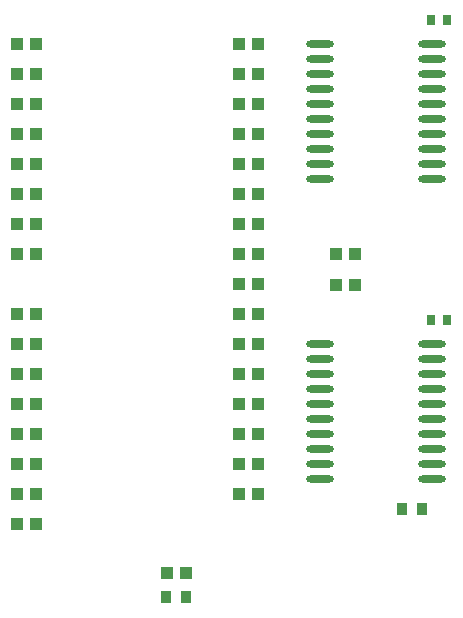
<source format=gtp>
G04 Layer: TopPasteMaskLayer*
G04 Panelize: V-CUT, Column: 2, Row: 2, Board Size: 58.42mm x 58.42mm, Panelized Board Size: 118.84mm x 118.84mm*
G04 EasyEDA v6.5.34, 2023-09-05 23:35:40*
G04 bcb9dca7cd424f9e9e9865ef008c09cf,5a6b42c53f6a479593ecc07194224c93,10*
G04 Gerber Generator version 0.2*
G04 Scale: 100 percent, Rotated: No, Reflected: No *
G04 Dimensions in millimeters *
G04 leading zeros omitted , absolute positions ,4 integer and 5 decimal *
%FSLAX45Y45*%
%MOMM*%

%ADD10R,0.8999X1.0000*%
%ADD11R,1.0000X1.1000*%
%ADD12R,0.8000X0.9000*%
%ADD13O,2.3599902X0.5949949999999999*%

%LPD*%
D10*
G01*
X3691813Y1016000D03*
G01*
X3521811Y1016000D03*
D11*
G01*
X3128009Y2908300D03*
G01*
X2968015Y2908300D03*
G01*
X2142490Y4953000D03*
G01*
X2302484Y4953000D03*
G01*
X2142490Y4699000D03*
G01*
X2302484Y4699000D03*
G01*
X2142490Y4445000D03*
G01*
X2302484Y4445000D03*
G01*
X2142490Y4191000D03*
G01*
X2302484Y4191000D03*
G01*
X2142490Y3937000D03*
G01*
X2302484Y3937000D03*
G01*
X2142490Y3683000D03*
G01*
X2302484Y3683000D03*
G01*
X2142490Y3429000D03*
G01*
X2302484Y3429000D03*
G01*
X2142490Y3175000D03*
G01*
X2302484Y3175000D03*
G01*
X2142490Y2921000D03*
G01*
X2302484Y2921000D03*
G01*
X2142490Y2667000D03*
G01*
X2302484Y2667000D03*
G01*
X2142490Y2413000D03*
G01*
X2302484Y2413000D03*
G01*
X2142490Y2159000D03*
G01*
X2302484Y2159000D03*
G01*
X2142490Y1905000D03*
G01*
X2302484Y1905000D03*
G01*
X2142490Y1651000D03*
G01*
X2302484Y1651000D03*
G01*
X2142490Y1397000D03*
G01*
X2302484Y1397000D03*
G01*
X2142490Y1143000D03*
G01*
X2302484Y1143000D03*
D12*
G01*
X3765397Y2616200D03*
G01*
X3905402Y2616200D03*
D11*
G01*
X2967990Y3175000D03*
G01*
X3127984Y3175000D03*
D12*
G01*
X3765397Y5156200D03*
G01*
X3905402Y5156200D03*
D13*
G01*
X2829001Y4953000D03*
G01*
X2829001Y4826000D03*
G01*
X2829001Y4699000D03*
G01*
X2829001Y4572000D03*
G01*
X2829001Y4445000D03*
G01*
X2829001Y4318000D03*
G01*
X2829001Y4191000D03*
G01*
X2829001Y4064000D03*
G01*
X2829001Y3937000D03*
G01*
X2829001Y3810000D03*
G01*
X3774998Y4953000D03*
G01*
X3774998Y4826000D03*
G01*
X3774998Y4699000D03*
G01*
X3774998Y4572000D03*
G01*
X3774998Y4445000D03*
G01*
X3774998Y4318000D03*
G01*
X3774998Y4191000D03*
G01*
X3774998Y4064000D03*
G01*
X3774998Y3937000D03*
G01*
X3774998Y3810000D03*
G01*
X2829001Y2413000D03*
G01*
X2829001Y2286000D03*
G01*
X2829001Y2159000D03*
G01*
X2829001Y2032000D03*
G01*
X2829001Y1905000D03*
G01*
X2829001Y1778000D03*
G01*
X2829001Y1651000D03*
G01*
X2829001Y1524000D03*
G01*
X2829001Y1397000D03*
G01*
X2829001Y1270000D03*
G01*
X3774998Y2413000D03*
G01*
X3774998Y2286000D03*
G01*
X3774998Y2159000D03*
G01*
X3774998Y2032000D03*
G01*
X3774998Y1905000D03*
G01*
X3774998Y1778000D03*
G01*
X3774998Y1651000D03*
G01*
X3774998Y1524000D03*
G01*
X3774998Y1397000D03*
G01*
X3774998Y1270000D03*
D11*
G01*
X1692910Y469900D03*
G01*
X1532915Y469900D03*
D10*
G01*
X1697913Y266700D03*
G01*
X1527911Y266700D03*
D11*
G01*
X262889Y4953000D03*
G01*
X422884Y4953000D03*
G01*
X262889Y4699000D03*
G01*
X422884Y4699000D03*
G01*
X262889Y4445000D03*
G01*
X422884Y4445000D03*
G01*
X262889Y4191000D03*
G01*
X422884Y4191000D03*
G01*
X262889Y3937000D03*
G01*
X422884Y3937000D03*
G01*
X262889Y3683000D03*
G01*
X422884Y3683000D03*
G01*
X262889Y3429000D03*
G01*
X422884Y3429000D03*
G01*
X262889Y3175000D03*
G01*
X422884Y3175000D03*
G01*
X262889Y2667000D03*
G01*
X422884Y2667000D03*
G01*
X262889Y2413000D03*
G01*
X422884Y2413000D03*
G01*
X262889Y2159000D03*
G01*
X422884Y2159000D03*
G01*
X262889Y1905000D03*
G01*
X422884Y1905000D03*
G01*
X262889Y1651000D03*
G01*
X422884Y1651000D03*
G01*
X262889Y1397000D03*
G01*
X422884Y1397000D03*
G01*
X262889Y1143000D03*
G01*
X422884Y1143000D03*
G01*
X262889Y889000D03*
G01*
X422884Y889000D03*
M02*

</source>
